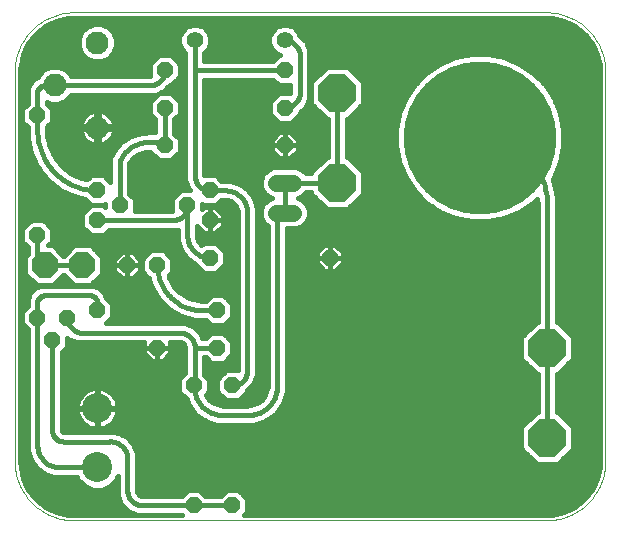
<source format=gtl>
G75*
G70*
%OFA0B0*%
%FSLAX24Y24*%
%IPPOS*%
%LPD*%
%AMOC8*
5,1,8,0,0,1.08239X$1,22.5*
%
%ADD10C,0.0000*%
%ADD11OC8,0.0520*%
%ADD12C,0.0554*%
%ADD13C,0.1000*%
%ADD14C,0.0768*%
%ADD15OC8,0.0850*%
%ADD16OC8,0.1250*%
%ADD17C,0.0560*%
%ADD18C,0.0160*%
%ADD19C,0.5100*%
D10*
X002741Y002926D02*
X002741Y010406D01*
X002741Y015918D01*
X002743Y016012D01*
X002750Y016105D01*
X002761Y016198D01*
X002777Y016291D01*
X002797Y016382D01*
X002821Y016473D01*
X002849Y016562D01*
X002882Y016650D01*
X002919Y016736D01*
X002960Y016820D01*
X003005Y016903D01*
X003054Y016983D01*
X003106Y017060D01*
X003162Y017135D01*
X003222Y017207D01*
X003285Y017277D01*
X003351Y017343D01*
X003421Y017406D01*
X003493Y017466D01*
X003568Y017522D01*
X003645Y017574D01*
X003725Y017623D01*
X003808Y017668D01*
X003892Y017709D01*
X003978Y017746D01*
X004066Y017779D01*
X004155Y017807D01*
X004246Y017831D01*
X004337Y017851D01*
X004430Y017867D01*
X004523Y017878D01*
X004616Y017885D01*
X004710Y017887D01*
X010419Y017887D01*
X020458Y017887D01*
X020552Y017885D01*
X020645Y017878D01*
X020738Y017867D01*
X020831Y017851D01*
X020922Y017831D01*
X021013Y017807D01*
X021102Y017779D01*
X021190Y017746D01*
X021276Y017709D01*
X021360Y017668D01*
X021442Y017623D01*
X021523Y017574D01*
X021600Y017522D01*
X021675Y017466D01*
X021747Y017406D01*
X021817Y017343D01*
X021883Y017277D01*
X021946Y017207D01*
X022006Y017135D01*
X022062Y017060D01*
X022114Y016983D01*
X022163Y016902D01*
X022208Y016820D01*
X022249Y016736D01*
X022286Y016650D01*
X022319Y016562D01*
X022347Y016473D01*
X022371Y016382D01*
X022391Y016291D01*
X022407Y016198D01*
X022418Y016105D01*
X022425Y016012D01*
X022427Y015918D01*
X022426Y015918D02*
X022426Y011194D01*
X022426Y002926D01*
X022427Y002926D02*
X022425Y002832D01*
X022418Y002739D01*
X022407Y002646D01*
X022391Y002553D01*
X022371Y002462D01*
X022347Y002371D01*
X022319Y002282D01*
X022286Y002194D01*
X022249Y002108D01*
X022208Y002024D01*
X022163Y001942D01*
X022114Y001861D01*
X022062Y001784D01*
X022006Y001709D01*
X021946Y001637D01*
X021883Y001567D01*
X021817Y001501D01*
X021747Y001438D01*
X021675Y001378D01*
X021600Y001322D01*
X021523Y001270D01*
X021443Y001221D01*
X021360Y001176D01*
X021276Y001135D01*
X021190Y001098D01*
X021102Y001065D01*
X021013Y001037D01*
X020922Y001013D01*
X020831Y000993D01*
X020738Y000977D01*
X020645Y000966D01*
X020552Y000959D01*
X020458Y000957D01*
X014946Y000957D01*
X004710Y000957D01*
X004616Y000959D01*
X004523Y000966D01*
X004430Y000977D01*
X004337Y000993D01*
X004246Y001013D01*
X004155Y001037D01*
X004066Y001065D01*
X003978Y001098D01*
X003892Y001135D01*
X003808Y001176D01*
X003725Y001221D01*
X003645Y001270D01*
X003568Y001322D01*
X003493Y001378D01*
X003421Y001438D01*
X003351Y001501D01*
X003285Y001567D01*
X003222Y001637D01*
X003162Y001709D01*
X003106Y001784D01*
X003054Y001861D01*
X003005Y001942D01*
X002960Y002024D01*
X002919Y002108D01*
X002882Y002194D01*
X002849Y002282D01*
X002821Y002371D01*
X002797Y002462D01*
X002777Y002553D01*
X002761Y002646D01*
X002750Y002739D01*
X002743Y002832D01*
X002741Y002926D01*
D11*
X007491Y006707D03*
X008704Y005457D03*
X009991Y005457D03*
X009491Y006707D03*
X009491Y007957D03*
X007491Y009457D03*
X006491Y009457D03*
X005491Y010957D03*
X006241Y011457D03*
X005491Y011957D03*
X003491Y010457D03*
X005491Y007957D03*
X004491Y007707D03*
X003991Y006957D03*
X003491Y007707D03*
X008491Y011457D03*
X009241Y010957D03*
X009241Y011957D03*
X007741Y013457D03*
X007741Y014707D03*
X007741Y015957D03*
X011741Y015957D03*
X011741Y014707D03*
X011741Y013457D03*
X013241Y009707D03*
X009241Y009707D03*
X003491Y014457D03*
X008704Y001457D03*
X009991Y001457D03*
D12*
X008741Y016957D03*
X011741Y016957D03*
D13*
X005491Y004692D03*
X005491Y002723D03*
D14*
X005491Y014037D03*
X004071Y015457D03*
X005491Y016877D03*
D15*
X004991Y009457D03*
X003741Y009457D03*
D16*
X013491Y012207D03*
X013491Y015207D03*
X020491Y006707D03*
X020491Y003707D03*
D17*
X012021Y011207D02*
X011461Y011207D01*
X011461Y012207D02*
X012021Y012207D01*
D18*
X003022Y002335D02*
X003196Y001974D01*
X003445Y001661D01*
X003758Y001412D01*
X004119Y001238D01*
X004510Y001149D01*
X004710Y001137D01*
X008317Y001137D01*
X008317Y001137D01*
X006928Y001137D01*
X006828Y001137D01*
X006828Y001137D01*
X006527Y001262D01*
X006527Y001262D01*
X006296Y001493D01*
X006296Y001493D01*
X006171Y001794D01*
X006171Y001794D01*
X006171Y001894D01*
X006171Y002431D01*
X006119Y002304D01*
X005911Y002096D01*
X005639Y001983D01*
X005344Y001983D01*
X005072Y002096D01*
X004864Y002304D01*
X004823Y002403D01*
X004289Y002403D01*
X004226Y002403D01*
X004224Y002403D01*
X004162Y002403D01*
X004162Y002403D01*
X004059Y002403D01*
X004059Y002403D01*
X003741Y002506D01*
X003741Y002506D01*
X003471Y002703D01*
X003471Y002703D01*
X003275Y002973D01*
X003275Y002973D01*
X003171Y003290D01*
X003171Y003291D01*
X003171Y003394D01*
X003171Y003394D01*
X003171Y007320D01*
X002991Y007500D01*
X002991Y007915D01*
X003171Y008095D01*
X003171Y008271D01*
X003171Y008271D01*
X003171Y008321D01*
X003258Y008530D01*
X003258Y008530D01*
X003419Y008691D01*
X003419Y008691D01*
X003628Y008777D01*
X003628Y008777D01*
X003678Y008777D01*
X003678Y008777D01*
X003797Y008777D01*
X003805Y008777D01*
X005305Y008777D01*
X005305Y008777D01*
X005355Y008777D01*
X005355Y008777D01*
X005564Y008691D01*
X005564Y008691D01*
X005725Y008530D01*
X005725Y008530D01*
X005795Y008361D01*
X005991Y008165D01*
X005991Y007750D01*
X005768Y007527D01*
X008178Y007527D01*
X008241Y007527D01*
X008305Y007527D01*
X008404Y007527D01*
X008405Y007527D01*
X008706Y007403D01*
X008706Y007403D01*
X008937Y007172D01*
X008937Y007172D01*
X008996Y007027D01*
X009104Y007027D01*
X009284Y007207D01*
X009699Y007207D01*
X009991Y006915D01*
X009991Y006500D01*
X009699Y006207D01*
X009284Y006207D01*
X009104Y006387D01*
X009061Y006387D01*
X009061Y005807D01*
X009204Y005665D01*
X009204Y005250D01*
X009100Y005146D01*
X009223Y004977D01*
X009395Y004852D01*
X009598Y004786D01*
X009704Y004777D01*
X010428Y004777D01*
X010473Y004777D01*
X010491Y004777D01*
X010598Y004786D01*
X010800Y004852D01*
X010972Y004977D01*
X011097Y005149D01*
X011163Y005351D01*
X011171Y005457D01*
X011171Y005521D01*
X011171Y010765D01*
X011167Y010767D01*
X011021Y010913D01*
X010941Y011104D01*
X010941Y011311D01*
X011021Y011502D01*
X011167Y011648D01*
X011310Y011707D01*
X011167Y011767D01*
X011021Y011913D01*
X010941Y012104D01*
X010941Y012311D01*
X011021Y012502D01*
X011167Y012648D01*
X011358Y012727D01*
X012125Y012727D01*
X012316Y012648D01*
X012437Y012527D01*
X012626Y012527D01*
X012626Y012566D01*
X013133Y013072D01*
X013171Y013072D01*
X013171Y014342D01*
X013133Y014342D01*
X012626Y014849D01*
X012626Y015566D01*
X013133Y016072D01*
X013850Y016072D01*
X014356Y015566D01*
X014356Y014849D01*
X013850Y014342D01*
X013811Y014342D01*
X013811Y013072D01*
X013850Y013072D01*
X014356Y012566D01*
X014356Y011849D01*
X013850Y011342D01*
X013133Y011342D01*
X012626Y011849D01*
X012626Y011887D01*
X012437Y011887D01*
X012316Y011767D01*
X012173Y011707D01*
X012316Y011648D01*
X012462Y011502D01*
X012541Y011311D01*
X012541Y011104D01*
X012462Y010913D01*
X012316Y010767D01*
X012125Y010687D01*
X011811Y010687D01*
X011811Y005521D01*
X011811Y005457D01*
X011811Y005456D01*
X011811Y005394D01*
X011811Y005394D01*
X011811Y005248D01*
X011811Y005248D01*
X011682Y004851D01*
X011682Y004851D01*
X011436Y004513D01*
X011436Y004512D01*
X011436Y004512D01*
X011098Y004267D01*
X011098Y004267D01*
X010700Y004138D01*
X010700Y004138D01*
X010555Y004138D01*
X010555Y004137D01*
X010492Y004137D01*
X010491Y004137D01*
X010473Y004137D01*
X010428Y004137D01*
X009640Y004137D01*
X009640Y004138D01*
X009495Y004138D01*
X009097Y004267D01*
X009097Y004267D01*
X008759Y004512D01*
X008759Y004512D01*
X008513Y004851D01*
X008513Y004851D01*
X008470Y004985D01*
X008204Y005250D01*
X008204Y005665D01*
X008421Y005882D01*
X008421Y006644D01*
X008421Y006708D01*
X008418Y006743D01*
X008391Y006807D01*
X008341Y006857D01*
X008276Y006884D01*
X008241Y006887D01*
X008178Y006887D01*
X007931Y006887D01*
X007931Y006708D01*
X007492Y006708D01*
X007492Y006707D01*
X007931Y006707D01*
X007931Y006525D01*
X007674Y006267D01*
X007492Y006267D01*
X007492Y006707D01*
X007491Y006707D01*
X007491Y006267D01*
X007309Y006267D01*
X007051Y006525D01*
X007051Y006707D01*
X007491Y006707D01*
X007491Y006708D01*
X007051Y006708D01*
X007051Y006887D01*
X004928Y006887D01*
X004828Y006887D01*
X004828Y006887D01*
X004527Y007012D01*
X004527Y007012D01*
X004491Y007048D01*
X004491Y006750D01*
X004311Y006570D01*
X004311Y003957D01*
X004312Y003947D01*
X004321Y003927D01*
X004336Y003912D01*
X004356Y003904D01*
X004366Y003902D01*
X004369Y003902D01*
X004430Y003902D01*
X005849Y003902D01*
X005970Y003916D01*
X005971Y003916D01*
X006245Y003859D01*
X006245Y003859D01*
X006489Y003720D01*
X006489Y003720D01*
X006678Y003513D01*
X006678Y003513D01*
X006794Y003257D01*
X006794Y003257D01*
X006804Y003163D01*
X006811Y003146D01*
X006811Y003100D01*
X006816Y003055D01*
X006811Y003037D01*
X006811Y001957D01*
X006815Y001922D01*
X006842Y001857D01*
X006891Y001808D01*
X006956Y001781D01*
X006991Y001777D01*
X008317Y001777D01*
X008497Y001957D01*
X008911Y001957D01*
X009091Y001777D01*
X009604Y001777D01*
X009784Y001957D01*
X010199Y001957D01*
X010491Y001665D01*
X010491Y001250D01*
X010378Y001137D01*
X014872Y001137D01*
X020383Y001137D01*
X020413Y001137D01*
X020458Y001137D01*
X020658Y001149D01*
X021049Y001238D01*
X021409Y001412D01*
X021723Y001661D01*
X021972Y001974D01*
X022146Y002335D01*
X022235Y002726D01*
X022246Y002926D01*
X022246Y011119D01*
X022246Y015844D01*
X022246Y015859D01*
X022246Y015918D01*
X022235Y016118D01*
X022146Y016509D01*
X021972Y016870D01*
X021723Y017183D01*
X021409Y017432D01*
X021049Y017606D01*
X020658Y017695D01*
X020458Y017707D01*
X010493Y017707D01*
X004710Y017707D01*
X004510Y017695D01*
X004119Y017606D01*
X003758Y017432D01*
X003445Y017183D01*
X003196Y016870D01*
X003022Y016509D01*
X002933Y016118D01*
X002921Y015918D01*
X002921Y010332D01*
X002921Y003001D01*
X002921Y002926D01*
X002933Y002726D01*
X003022Y002335D01*
X003011Y002384D02*
X004831Y002384D01*
X004942Y002226D02*
X003074Y002226D01*
X003151Y002067D02*
X005141Y002067D01*
X005842Y002067D02*
X006171Y002067D01*
X006171Y001909D02*
X003248Y001909D01*
X003374Y001750D02*
X006190Y001750D01*
X006255Y001592D02*
X003533Y001592D01*
X003731Y001433D02*
X006356Y001433D01*
X006515Y001275D02*
X004043Y001275D01*
X003691Y002543D02*
X002974Y002543D01*
X002938Y002701D02*
X003473Y002701D01*
X003471Y002703D02*
X003471Y002703D01*
X003357Y002860D02*
X002925Y002860D01*
X002921Y003019D02*
X003260Y003019D01*
X003208Y003177D02*
X002921Y003177D01*
X002921Y003336D02*
X003171Y003336D01*
X003171Y003494D02*
X002921Y003494D01*
X002921Y003653D02*
X003171Y003653D01*
X003171Y003811D02*
X002921Y003811D01*
X002921Y003970D02*
X003171Y003970D01*
X003171Y004128D02*
X002921Y004128D01*
X002921Y004287D02*
X003171Y004287D01*
X003171Y004445D02*
X002921Y004445D01*
X002921Y004604D02*
X003171Y004604D01*
X003171Y004763D02*
X002921Y004763D01*
X002921Y004921D02*
X003171Y004921D01*
X003171Y005080D02*
X002921Y005080D01*
X002921Y005238D02*
X003171Y005238D01*
X003171Y005397D02*
X002921Y005397D01*
X002921Y005555D02*
X003171Y005555D01*
X003171Y005714D02*
X002921Y005714D01*
X002921Y005872D02*
X003171Y005872D01*
X003171Y006031D02*
X002921Y006031D01*
X002921Y006189D02*
X003171Y006189D01*
X003171Y006348D02*
X002921Y006348D01*
X002921Y006506D02*
X003171Y006506D01*
X003171Y006665D02*
X002921Y006665D01*
X002921Y006824D02*
X003171Y006824D01*
X003171Y006982D02*
X002921Y006982D01*
X002921Y007141D02*
X003171Y007141D01*
X003171Y007299D02*
X002921Y007299D01*
X002921Y007458D02*
X003034Y007458D01*
X002991Y007616D02*
X002921Y007616D01*
X002921Y007775D02*
X002991Y007775D01*
X003010Y007933D02*
X002921Y007933D01*
X002921Y008092D02*
X003169Y008092D01*
X003171Y008250D02*
X002921Y008250D01*
X002921Y008409D02*
X003208Y008409D01*
X003296Y008568D02*
X002921Y008568D01*
X002921Y008726D02*
X003504Y008726D01*
X003466Y008792D02*
X004017Y008792D01*
X004362Y009137D01*
X004371Y009137D01*
X004716Y008792D01*
X005267Y008792D01*
X005656Y009182D01*
X005656Y009733D01*
X005267Y010122D01*
X004716Y010122D01*
X004371Y009777D01*
X004362Y009777D01*
X004017Y010122D01*
X003863Y010122D01*
X003991Y010250D01*
X003991Y010665D01*
X003699Y010957D01*
X003284Y010957D01*
X002991Y010665D01*
X002991Y010250D01*
X003171Y010070D01*
X003171Y009828D01*
X003076Y009733D01*
X003076Y009182D01*
X003466Y008792D01*
X003374Y008885D02*
X002921Y008885D01*
X002921Y009043D02*
X003215Y009043D01*
X003076Y009202D02*
X002921Y009202D01*
X002921Y009360D02*
X003076Y009360D01*
X003076Y009519D02*
X002921Y009519D01*
X002921Y009677D02*
X003076Y009677D01*
X003171Y009836D02*
X002921Y009836D01*
X002921Y009994D02*
X003171Y009994D01*
X003089Y010153D02*
X002921Y010153D01*
X002921Y010312D02*
X002991Y010312D01*
X002991Y010470D02*
X002921Y010470D01*
X002921Y010629D02*
X002991Y010629D01*
X002921Y010787D02*
X003114Y010787D01*
X003273Y010946D02*
X002921Y010946D01*
X002921Y011104D02*
X004991Y011104D01*
X004991Y011165D02*
X004991Y010750D01*
X005284Y010457D01*
X005699Y010457D01*
X005879Y010637D01*
X006178Y010637D01*
X008055Y010637D01*
X008154Y010637D01*
X008155Y010637D01*
X008171Y010644D01*
X008171Y010394D01*
X008171Y010394D01*
X008171Y010288D01*
X008276Y009966D01*
X008276Y009966D01*
X008475Y009691D01*
X008475Y009691D01*
X008475Y009691D01*
X008749Y009492D01*
X009034Y009207D01*
X009449Y009207D01*
X009741Y009500D01*
X009741Y009915D01*
X009449Y010207D01*
X009034Y010207D01*
X008962Y010135D01*
X008937Y010153D01*
X008858Y010262D01*
X008817Y010390D01*
X008811Y010457D01*
X008811Y010765D01*
X009059Y010517D01*
X009241Y010517D01*
X009241Y010957D01*
X009242Y010957D01*
X009242Y010958D01*
X009681Y010958D01*
X009681Y011140D01*
X009424Y011397D01*
X009242Y011397D01*
X009242Y010958D01*
X009241Y010958D01*
X009241Y011397D01*
X009059Y011397D01*
X008991Y011330D01*
X008991Y011500D01*
X009034Y011457D01*
X009449Y011457D01*
X009629Y011637D01*
X009741Y011637D01*
X009809Y011632D01*
X009937Y011591D01*
X010045Y011512D01*
X010125Y011403D01*
X010166Y011275D01*
X010171Y011207D01*
X010171Y011165D01*
X010171Y011144D01*
X010171Y005957D01*
X009784Y005957D01*
X009491Y005665D01*
X009491Y005250D01*
X009784Y004957D01*
X010199Y004957D01*
X010491Y005250D01*
X010491Y005298D01*
X010686Y005493D01*
X010687Y005493D01*
X010811Y005794D01*
X010811Y005794D01*
X010811Y005894D01*
X010811Y011144D01*
X010811Y011165D01*
X010811Y011271D01*
X010811Y011377D01*
X010707Y011699D01*
X010707Y011699D01*
X010507Y011973D01*
X010507Y011973D01*
X010233Y012173D01*
X009911Y012277D01*
X009805Y012277D01*
X009805Y012277D01*
X009629Y012277D01*
X009449Y012457D01*
X009061Y012457D01*
X009061Y012509D01*
X009061Y012521D01*
X009061Y014021D01*
X009061Y015637D01*
X011354Y015637D01*
X011534Y015457D01*
X011921Y015457D01*
X011921Y015271D01*
X011921Y015207D01*
X011534Y015207D01*
X011241Y014915D01*
X011241Y014500D01*
X011534Y014207D01*
X011949Y014207D01*
X012241Y014500D01*
X012241Y014548D01*
X012437Y014743D01*
X012561Y015044D01*
X012561Y015044D01*
X012561Y015207D01*
X012561Y015271D01*
X012561Y016394D01*
X012561Y016457D01*
X012561Y016621D01*
X012437Y016922D01*
X012231Y017128D01*
X012180Y017250D01*
X012034Y017396D01*
X011844Y017475D01*
X011639Y017475D01*
X011448Y017396D01*
X011303Y017250D01*
X011224Y017060D01*
X011224Y016855D01*
X011303Y016665D01*
X011448Y016519D01*
X011597Y016457D01*
X011534Y016457D01*
X011354Y016277D01*
X009061Y016277D01*
X009061Y016546D01*
X009180Y016665D01*
X009259Y016855D01*
X009259Y017060D01*
X009180Y017250D01*
X009034Y017396D01*
X008844Y017475D01*
X008639Y017475D01*
X008448Y017396D01*
X008303Y017250D01*
X008224Y017060D01*
X008224Y016855D01*
X008303Y016665D01*
X008421Y016546D01*
X008421Y016021D01*
X008421Y014021D01*
X008421Y012521D01*
X008421Y012509D01*
X008421Y012394D01*
X008421Y012294D01*
X008546Y011993D01*
X008582Y011957D01*
X008284Y011957D01*
X007991Y011665D01*
X007991Y011277D01*
X006741Y011277D01*
X006741Y011665D01*
X006561Y011845D01*
X006561Y012872D01*
X006580Y012904D01*
X006719Y013060D01*
X006719Y013060D01*
X006892Y013175D01*
X007090Y013241D01*
X007242Y013250D01*
X007534Y012957D01*
X007949Y012957D01*
X008241Y013250D01*
X008241Y013665D01*
X008061Y013845D01*
X008061Y014320D01*
X008241Y014500D01*
X008241Y014915D01*
X007949Y015207D01*
X007573Y015207D01*
X007706Y015262D01*
X007901Y015457D01*
X007949Y015457D01*
X008241Y015750D01*
X008241Y016165D01*
X007949Y016457D01*
X007534Y016457D01*
X007241Y016165D01*
X007241Y015777D01*
X004614Y015777D01*
X004600Y015811D01*
X004425Y015986D01*
X004196Y016081D01*
X003947Y016081D01*
X003718Y015986D01*
X003543Y015811D01*
X003508Y015728D01*
X003419Y015691D01*
X003419Y015691D01*
X003258Y015530D01*
X003171Y015321D01*
X003171Y015271D01*
X003171Y015211D01*
X003171Y015207D01*
X003171Y015144D01*
X003171Y014845D01*
X002991Y014665D01*
X002991Y014250D01*
X003171Y014070D01*
X003171Y014021D01*
X003171Y014013D01*
X003171Y013894D01*
X003171Y013696D01*
X003288Y013186D01*
X003515Y012715D01*
X003841Y012307D01*
X004249Y011981D01*
X004249Y011981D01*
X004720Y011754D01*
X005067Y011675D01*
X005284Y011457D01*
X004991Y011165D01*
X005090Y011263D02*
X002921Y011263D01*
X002921Y011421D02*
X005248Y011421D01*
X005284Y011457D02*
X005699Y011457D01*
X005741Y011414D01*
X005741Y011500D01*
X005699Y011457D01*
X005284Y011457D01*
X005162Y011580D02*
X002921Y011580D01*
X002921Y011738D02*
X004788Y011738D01*
X004423Y011897D02*
X002921Y011897D01*
X002921Y012056D02*
X004155Y012056D01*
X003957Y012214D02*
X002921Y012214D01*
X002921Y012373D02*
X003788Y012373D01*
X003841Y012307D02*
X003841Y012307D01*
X003661Y012531D02*
X002921Y012531D01*
X002921Y012690D02*
X003535Y012690D01*
X003515Y012715D02*
X003515Y012715D01*
X003451Y012848D02*
X002921Y012848D01*
X002921Y013007D02*
X003374Y013007D01*
X003298Y013165D02*
X002921Y013165D01*
X002921Y013324D02*
X003256Y013324D01*
X003288Y013186D02*
X003288Y013186D01*
X003220Y013482D02*
X002921Y013482D01*
X002921Y013641D02*
X003184Y013641D01*
X003171Y013696D02*
X003171Y013696D01*
X003171Y013799D02*
X002921Y013799D01*
X002921Y013958D02*
X003171Y013958D01*
X003125Y014117D02*
X002921Y014117D01*
X002921Y014275D02*
X002991Y014275D01*
X002991Y014434D02*
X002921Y014434D01*
X002921Y014592D02*
X002991Y014592D01*
X002921Y014751D02*
X003078Y014751D01*
X003171Y014909D02*
X002921Y014909D01*
X002921Y015068D02*
X003171Y015068D01*
X003171Y015226D02*
X002921Y015226D01*
X002921Y015385D02*
X003198Y015385D01*
X003171Y015321D02*
X003171Y015321D01*
X003171Y015271D02*
X003171Y015271D01*
X003258Y015530D02*
X003258Y015530D01*
X003271Y015543D02*
X002921Y015543D01*
X002921Y015702D02*
X003446Y015702D01*
X003592Y015861D02*
X002921Y015861D01*
X002927Y016019D02*
X003797Y016019D01*
X004346Y016019D02*
X007241Y016019D01*
X007741Y015957D02*
X007739Y015913D01*
X007733Y015870D01*
X007724Y015828D01*
X007711Y015786D01*
X007694Y015746D01*
X007674Y015707D01*
X007651Y015670D01*
X007624Y015636D01*
X007595Y015603D01*
X007562Y015574D01*
X007528Y015547D01*
X007491Y015524D01*
X007452Y015504D01*
X007412Y015487D01*
X007370Y015474D01*
X007328Y015465D01*
X007285Y015459D01*
X007241Y015457D01*
X004071Y015457D01*
X003741Y015457D01*
X003711Y015455D01*
X003681Y015450D01*
X003652Y015441D01*
X003625Y015428D01*
X003599Y015413D01*
X003575Y015394D01*
X003554Y015373D01*
X003535Y015349D01*
X003520Y015323D01*
X003507Y015296D01*
X003498Y015267D01*
X003493Y015237D01*
X003491Y015207D01*
X003491Y014457D01*
X003491Y013957D01*
X003811Y013957D02*
X003822Y013769D01*
X003906Y013403D01*
X004069Y013064D01*
X004303Y012769D01*
X004598Y012535D01*
X004936Y012372D01*
X005150Y012323D01*
X005284Y012457D01*
X005699Y012457D01*
X005921Y012234D01*
X005921Y012906D01*
X005918Y012917D01*
X005921Y012969D01*
X005921Y013021D01*
X005926Y013032D01*
X005927Y013044D01*
X005950Y013090D01*
X005970Y013139D01*
X005979Y013147D01*
X006040Y013270D01*
X006040Y013270D01*
X006291Y013553D01*
X006607Y013762D01*
X006607Y013762D01*
X006966Y013882D01*
X006966Y013882D01*
X007344Y013904D01*
X007344Y013904D01*
X007421Y013888D01*
X007421Y014320D01*
X007241Y014500D01*
X007241Y014915D01*
X007507Y015180D01*
X007405Y015137D01*
X007404Y015137D01*
X007305Y015137D01*
X004614Y015137D01*
X004600Y015104D01*
X004425Y014929D01*
X004196Y014834D01*
X003947Y014834D01*
X003811Y014890D01*
X003811Y014845D01*
X003991Y014665D01*
X003991Y014250D01*
X003811Y014070D01*
X003811Y014021D01*
X003811Y014013D01*
X003811Y013957D01*
X003811Y013958D02*
X004933Y013958D01*
X004928Y013989D02*
X004941Y013905D01*
X004969Y013821D01*
X005009Y013742D01*
X005061Y013670D01*
X005124Y013607D01*
X005196Y013555D01*
X005275Y013515D01*
X005359Y013488D01*
X005443Y013474D01*
X005443Y013989D01*
X005539Y013989D01*
X005539Y013474D01*
X005623Y013488D01*
X005708Y013515D01*
X005787Y013555D01*
X005859Y013607D01*
X005921Y013670D01*
X005974Y013742D01*
X006014Y013821D01*
X006041Y013905D01*
X006055Y013989D01*
X005540Y013989D01*
X005540Y014085D01*
X006055Y014085D01*
X006041Y014170D01*
X006014Y014254D01*
X005974Y014333D01*
X005921Y014405D01*
X005859Y014468D01*
X005787Y014520D01*
X005708Y014560D01*
X005623Y014587D01*
X005539Y014601D01*
X005539Y014086D01*
X005443Y014086D01*
X005443Y014601D01*
X005359Y014587D01*
X005275Y014560D01*
X005196Y014520D01*
X005124Y014468D01*
X005061Y014405D01*
X005009Y014333D01*
X004969Y014254D01*
X004941Y014170D01*
X004928Y014085D01*
X005443Y014085D01*
X005443Y013989D01*
X004928Y013989D01*
X004933Y014117D02*
X003858Y014117D01*
X003991Y014275D02*
X004980Y014275D01*
X005090Y014434D02*
X003991Y014434D01*
X003991Y014592D02*
X005390Y014592D01*
X005443Y014592D02*
X005539Y014592D01*
X005593Y014592D02*
X007241Y014592D01*
X007241Y014751D02*
X003905Y014751D01*
X004378Y014909D02*
X007241Y014909D01*
X007395Y015068D02*
X004564Y015068D01*
X004551Y015861D02*
X007241Y015861D01*
X007254Y016178D02*
X002946Y016178D01*
X002982Y016336D02*
X005168Y016336D01*
X005138Y016349D02*
X005367Y016254D01*
X005616Y016254D01*
X005845Y016349D01*
X006020Y016524D01*
X006115Y016753D01*
X006115Y017002D01*
X006020Y017231D01*
X005845Y017406D01*
X005616Y017501D01*
X005367Y017501D01*
X005138Y017406D01*
X004963Y017231D01*
X004868Y017002D01*
X004868Y016753D01*
X004963Y016524D01*
X005138Y016349D01*
X004992Y016495D02*
X003019Y016495D01*
X003091Y016653D02*
X004909Y016653D01*
X004868Y016812D02*
X003168Y016812D01*
X003276Y016970D02*
X004868Y016970D01*
X004920Y017129D02*
X003402Y017129D01*
X003576Y017287D02*
X005019Y017287D01*
X005234Y017446D02*
X003786Y017446D01*
X004116Y017605D02*
X021052Y017605D01*
X021381Y017446D02*
X011913Y017446D01*
X012143Y017287D02*
X021591Y017287D01*
X021766Y017129D02*
X012230Y017129D01*
X012388Y016970D02*
X021892Y016970D01*
X022000Y016812D02*
X012482Y016812D01*
X012437Y016922D02*
X012437Y016922D01*
X012548Y016653D02*
X022076Y016653D01*
X022149Y016495D02*
X018530Y016495D01*
X018516Y016497D02*
X017967Y016497D01*
X017428Y016390D01*
X016920Y016180D01*
X016463Y015875D01*
X016074Y015486D01*
X015769Y015029D01*
X015559Y014521D01*
X015451Y013982D01*
X015451Y013433D01*
X015559Y012894D01*
X015769Y012386D01*
X016074Y011929D01*
X016463Y011540D01*
X016920Y011235D01*
X017428Y011025D01*
X017967Y010917D01*
X018516Y010917D01*
X019055Y011025D01*
X019563Y011235D01*
X020020Y011540D01*
X020158Y011679D01*
X020159Y011674D01*
X020171Y011457D01*
X020171Y011405D01*
X020171Y011394D01*
X020171Y007572D01*
X020133Y007572D01*
X019626Y007066D01*
X019626Y006349D01*
X020133Y005842D01*
X020171Y005842D01*
X020171Y004572D01*
X020133Y004572D01*
X019626Y004066D01*
X019626Y003349D01*
X020133Y002842D01*
X020850Y002842D01*
X021356Y003349D01*
X021356Y004066D01*
X020850Y004572D01*
X020811Y004572D01*
X020811Y005842D01*
X020850Y005842D01*
X021356Y006349D01*
X021356Y007066D01*
X020850Y007572D01*
X020811Y007572D01*
X020811Y011394D01*
X020811Y011405D01*
X020811Y011521D01*
X020811Y011747D01*
X020683Y012312D01*
X020675Y012328D01*
X020714Y012386D01*
X020924Y012894D01*
X021031Y013433D01*
X021031Y013982D01*
X020924Y014521D01*
X020714Y015029D01*
X020409Y015486D01*
X020020Y015875D01*
X019563Y016180D01*
X019055Y016390D01*
X018516Y016497D01*
X017953Y016495D02*
X012561Y016495D01*
X012561Y016621D02*
X012561Y016621D01*
X012561Y016336D02*
X017297Y016336D01*
X016916Y016178D02*
X012561Y016178D01*
X012561Y016019D02*
X013080Y016019D01*
X012921Y015861D02*
X012561Y015861D01*
X012561Y015702D02*
X012763Y015702D01*
X012626Y015543D02*
X012561Y015543D01*
X012561Y015385D02*
X012626Y015385D01*
X012626Y015226D02*
X012561Y015226D01*
X012561Y015068D02*
X012626Y015068D01*
X012626Y014909D02*
X012505Y014909D01*
X012440Y014751D02*
X012725Y014751D01*
X012883Y014592D02*
X012286Y014592D01*
X012175Y014434D02*
X013042Y014434D01*
X013171Y014275D02*
X012016Y014275D01*
X011924Y013897D02*
X011742Y013897D01*
X011742Y013458D01*
X012181Y013458D01*
X012181Y013640D01*
X011924Y013897D01*
X012022Y013799D02*
X013171Y013799D01*
X013171Y013641D02*
X012180Y013641D01*
X012181Y013482D02*
X013171Y013482D01*
X013171Y013324D02*
X012181Y013324D01*
X012181Y013275D02*
X012181Y013457D01*
X011742Y013457D01*
X011742Y013458D01*
X011741Y013458D01*
X011741Y013897D01*
X011559Y013897D01*
X011301Y013640D01*
X011301Y013458D01*
X011741Y013458D01*
X011741Y013457D01*
X011742Y013457D01*
X011742Y013017D01*
X011924Y013017D01*
X012181Y013275D01*
X012071Y013165D02*
X013171Y013165D01*
X013067Y013007D02*
X009061Y013007D01*
X009061Y013165D02*
X011411Y013165D01*
X011301Y013275D02*
X011559Y013017D01*
X011741Y013017D01*
X011741Y013457D01*
X011301Y013457D01*
X011301Y013275D01*
X011301Y013324D02*
X009061Y013324D01*
X009061Y013482D02*
X011301Y013482D01*
X011303Y013641D02*
X009061Y013641D01*
X009061Y013799D02*
X011461Y013799D01*
X011741Y013799D02*
X011742Y013799D01*
X011741Y013641D02*
X011742Y013641D01*
X011741Y013482D02*
X011742Y013482D01*
X011741Y013324D02*
X011742Y013324D01*
X011741Y013165D02*
X011742Y013165D01*
X012216Y012690D02*
X012750Y012690D01*
X012626Y012531D02*
X012433Y012531D01*
X012909Y012848D02*
X009061Y012848D01*
X009061Y012690D02*
X011267Y012690D01*
X011050Y012531D02*
X009061Y012531D01*
X008741Y012457D02*
X008743Y012413D01*
X008749Y012370D01*
X008758Y012328D01*
X008771Y012286D01*
X008788Y012246D01*
X008808Y012207D01*
X008831Y012170D01*
X008858Y012136D01*
X008887Y012103D01*
X008920Y012074D01*
X008954Y012047D01*
X008991Y012024D01*
X009030Y012004D01*
X009070Y011987D01*
X009112Y011974D01*
X009154Y011965D01*
X009197Y011959D01*
X009241Y011957D01*
X009741Y011957D01*
X009911Y012277D02*
X009911Y012277D01*
X010106Y012214D02*
X010941Y012214D01*
X010961Y012056D02*
X010394Y012056D01*
X010507Y011973D02*
X010507Y011973D01*
X010563Y011897D02*
X011037Y011897D01*
X011235Y011738D02*
X010678Y011738D01*
X010745Y011580D02*
X011098Y011580D01*
X010987Y011421D02*
X010797Y011421D01*
X010811Y011377D02*
X010811Y011377D01*
X010811Y011271D02*
X010811Y011271D01*
X010811Y011263D02*
X010941Y011263D01*
X010941Y011104D02*
X010811Y011104D01*
X010811Y010946D02*
X011007Y010946D01*
X011146Y010787D02*
X010811Y010787D01*
X010811Y010629D02*
X011171Y010629D01*
X011171Y010470D02*
X010811Y010470D01*
X010811Y010312D02*
X011171Y010312D01*
X011171Y010153D02*
X010811Y010153D01*
X010811Y009994D02*
X011171Y009994D01*
X011171Y009836D02*
X010811Y009836D01*
X010811Y009677D02*
X011171Y009677D01*
X011171Y009519D02*
X010811Y009519D01*
X010811Y009360D02*
X011171Y009360D01*
X011171Y009202D02*
X010811Y009202D01*
X010811Y009043D02*
X011171Y009043D01*
X011171Y008885D02*
X010811Y008885D01*
X010811Y008726D02*
X011171Y008726D01*
X011171Y008568D02*
X010811Y008568D01*
X010811Y008409D02*
X011171Y008409D01*
X011171Y008250D02*
X010811Y008250D01*
X010811Y008092D02*
X011171Y008092D01*
X011171Y007933D02*
X010811Y007933D01*
X010811Y007775D02*
X011171Y007775D01*
X011171Y007616D02*
X010811Y007616D01*
X010811Y007458D02*
X011171Y007458D01*
X011171Y007299D02*
X010811Y007299D01*
X010811Y007141D02*
X011171Y007141D01*
X011171Y006982D02*
X010811Y006982D01*
X010811Y006824D02*
X011171Y006824D01*
X011171Y006665D02*
X010811Y006665D01*
X010811Y006506D02*
X011171Y006506D01*
X011171Y006348D02*
X010811Y006348D01*
X010811Y006189D02*
X011171Y006189D01*
X011171Y006031D02*
X010811Y006031D01*
X010811Y005872D02*
X011171Y005872D01*
X011171Y005714D02*
X010778Y005714D01*
X010712Y005555D02*
X011171Y005555D01*
X011167Y005397D02*
X010590Y005397D01*
X011491Y005457D02*
X011489Y005397D01*
X011484Y005336D01*
X011475Y005277D01*
X011462Y005218D01*
X011446Y005159D01*
X011426Y005102D01*
X011403Y005047D01*
X011376Y004992D01*
X011347Y004940D01*
X011314Y004889D01*
X011278Y004840D01*
X011240Y004794D01*
X011198Y004750D01*
X011154Y004708D01*
X011108Y004670D01*
X011059Y004634D01*
X011008Y004601D01*
X010956Y004572D01*
X010901Y004545D01*
X010846Y004522D01*
X010789Y004502D01*
X010730Y004486D01*
X010671Y004473D01*
X010612Y004464D01*
X010551Y004459D01*
X010491Y004457D01*
X009704Y004457D01*
X009300Y004921D02*
X010896Y004921D01*
X011047Y005080D02*
X010321Y005080D01*
X010479Y005238D02*
X011126Y005238D01*
X011491Y005457D02*
X011491Y010957D01*
X011493Y010987D01*
X011498Y011017D01*
X011507Y011046D01*
X011520Y011073D01*
X011535Y011099D01*
X011554Y011123D01*
X011575Y011144D01*
X011599Y011163D01*
X011625Y011178D01*
X011652Y011191D01*
X011681Y011200D01*
X011711Y011205D01*
X011741Y011207D01*
X011741Y012207D01*
X013491Y012207D01*
X013491Y015207D01*
X014099Y014592D02*
X015588Y014592D01*
X015541Y014434D02*
X013941Y014434D01*
X013811Y014275D02*
X015510Y014275D01*
X015478Y014117D02*
X013811Y014117D01*
X013811Y013958D02*
X015451Y013958D01*
X015451Y013799D02*
X013811Y013799D01*
X013811Y013641D02*
X015451Y013641D01*
X015451Y013482D02*
X013811Y013482D01*
X013811Y013324D02*
X015473Y013324D01*
X015505Y013165D02*
X013811Y013165D01*
X013915Y013007D02*
X015536Y013007D01*
X015577Y012848D02*
X014074Y012848D01*
X014232Y012690D02*
X015643Y012690D01*
X015709Y012531D02*
X014356Y012531D01*
X014356Y012373D02*
X015778Y012373D01*
X015884Y012214D02*
X014356Y012214D01*
X014356Y012056D02*
X015990Y012056D01*
X016106Y011897D02*
X014356Y011897D01*
X014246Y011738D02*
X016265Y011738D01*
X016423Y011580D02*
X014087Y011580D01*
X013929Y011421D02*
X016641Y011421D01*
X016878Y011263D02*
X012541Y011263D01*
X012541Y011104D02*
X017235Y011104D01*
X017825Y010946D02*
X012476Y010946D01*
X012336Y010787D02*
X020171Y010787D01*
X020171Y010629D02*
X011811Y010629D01*
X011811Y010470D02*
X020171Y010470D01*
X020171Y010312D02*
X011811Y010312D01*
X011811Y010153D02*
X020171Y010153D01*
X020171Y009994D02*
X013577Y009994D01*
X013681Y009890D02*
X013424Y010147D01*
X013242Y010147D01*
X013242Y009708D01*
X013681Y009708D01*
X013681Y009890D01*
X013681Y009836D02*
X020171Y009836D01*
X020171Y009677D02*
X013681Y009677D01*
X013681Y009707D02*
X013242Y009707D01*
X013242Y009708D01*
X013241Y009708D01*
X013241Y010147D01*
X013059Y010147D01*
X012801Y009890D01*
X012801Y009708D01*
X013241Y009708D01*
X013241Y009707D01*
X013242Y009707D01*
X013242Y009267D01*
X013424Y009267D01*
X013681Y009525D01*
X013681Y009707D01*
X013675Y009519D02*
X020171Y009519D01*
X020171Y009360D02*
X013516Y009360D01*
X013242Y009360D02*
X013241Y009360D01*
X013241Y009267D02*
X013241Y009707D01*
X012801Y009707D01*
X012801Y009525D01*
X013059Y009267D01*
X013241Y009267D01*
X013241Y009519D02*
X013242Y009519D01*
X013241Y009677D02*
X013242Y009677D01*
X013241Y009836D02*
X013242Y009836D01*
X013241Y009994D02*
X013242Y009994D01*
X012906Y009994D02*
X011811Y009994D01*
X011811Y009836D02*
X012801Y009836D01*
X012801Y009677D02*
X011811Y009677D01*
X011811Y009519D02*
X012808Y009519D01*
X012966Y009360D02*
X011811Y009360D01*
X011811Y009202D02*
X020171Y009202D01*
X020171Y009043D02*
X011811Y009043D01*
X011811Y008885D02*
X020171Y008885D01*
X020171Y008726D02*
X011811Y008726D01*
X011811Y008568D02*
X020171Y008568D01*
X020171Y008409D02*
X011811Y008409D01*
X011811Y008250D02*
X020171Y008250D01*
X020171Y008092D02*
X011811Y008092D01*
X011811Y007933D02*
X020171Y007933D01*
X020171Y007775D02*
X011811Y007775D01*
X011811Y007616D02*
X020171Y007616D01*
X020018Y007458D02*
X011811Y007458D01*
X011811Y007299D02*
X019860Y007299D01*
X019701Y007141D02*
X011811Y007141D01*
X011811Y006982D02*
X019626Y006982D01*
X019626Y006824D02*
X011811Y006824D01*
X011811Y006665D02*
X019626Y006665D01*
X019626Y006506D02*
X011811Y006506D01*
X011811Y006348D02*
X019628Y006348D01*
X019786Y006189D02*
X011811Y006189D01*
X011811Y006031D02*
X019945Y006031D01*
X020103Y005872D02*
X011811Y005872D01*
X011811Y005714D02*
X020171Y005714D01*
X020171Y005555D02*
X011811Y005555D01*
X011811Y005397D02*
X020171Y005397D01*
X020171Y005238D02*
X011808Y005238D01*
X011756Y005080D02*
X020171Y005080D01*
X020171Y004921D02*
X011705Y004921D01*
X011618Y004763D02*
X020171Y004763D01*
X020171Y004604D02*
X011503Y004604D01*
X011344Y004445D02*
X020006Y004445D01*
X019848Y004287D02*
X011126Y004287D01*
X010687Y005493D02*
X010687Y005493D01*
X010491Y005957D02*
X010491Y011207D01*
X010167Y011263D02*
X009558Y011263D01*
X009741Y011957D02*
X009795Y011955D01*
X009848Y011949D01*
X009900Y011940D01*
X009952Y011927D01*
X010003Y011910D01*
X010053Y011889D01*
X010100Y011865D01*
X010146Y011838D01*
X010190Y011807D01*
X010232Y011774D01*
X010271Y011737D01*
X010308Y011698D01*
X010341Y011656D01*
X010372Y011612D01*
X010399Y011566D01*
X010423Y011519D01*
X010444Y011469D01*
X010461Y011418D01*
X010474Y011366D01*
X010483Y011314D01*
X010489Y011261D01*
X010491Y011207D01*
X010171Y011104D02*
X009681Y011104D01*
X009681Y010957D02*
X009242Y010957D01*
X009242Y010517D01*
X009424Y010517D01*
X009681Y010775D01*
X009681Y010957D01*
X009681Y010946D02*
X010171Y010946D01*
X010171Y010787D02*
X009681Y010787D01*
X009535Y010629D02*
X010171Y010629D01*
X010171Y010470D02*
X008811Y010470D01*
X008811Y010629D02*
X008948Y010629D01*
X009241Y010629D02*
X009242Y010629D01*
X009241Y010787D02*
X009242Y010787D01*
X009241Y010946D02*
X009242Y010946D01*
X009241Y011104D02*
X009242Y011104D01*
X009241Y011263D02*
X009242Y011263D01*
X008991Y011421D02*
X010111Y011421D01*
X009951Y011580D02*
X009571Y011580D01*
X010233Y012173D02*
X010233Y012173D01*
X009533Y012373D02*
X010967Y012373D01*
X012248Y011738D02*
X012737Y011738D01*
X012896Y011580D02*
X012384Y011580D01*
X012496Y011421D02*
X013054Y011421D01*
X010171Y010312D02*
X008842Y010312D01*
X008938Y010153D02*
X008980Y010153D01*
X009241Y009707D02*
X009187Y009709D01*
X009134Y009715D01*
X009082Y009724D01*
X009030Y009737D01*
X008979Y009754D01*
X008929Y009775D01*
X008882Y009799D01*
X008836Y009826D01*
X008792Y009857D01*
X008750Y009890D01*
X008711Y009927D01*
X008674Y009966D01*
X008641Y010008D01*
X008610Y010052D01*
X008583Y010098D01*
X008559Y010145D01*
X008538Y010195D01*
X008521Y010246D01*
X008508Y010298D01*
X008499Y010350D01*
X008493Y010403D01*
X008491Y010457D01*
X008491Y011457D01*
X008489Y011413D01*
X008483Y011370D01*
X008474Y011328D01*
X008461Y011286D01*
X008444Y011246D01*
X008424Y011207D01*
X008401Y011170D01*
X008374Y011136D01*
X008345Y011103D01*
X008312Y011074D01*
X008278Y011047D01*
X008241Y011024D01*
X008202Y011004D01*
X008162Y010987D01*
X008120Y010974D01*
X008078Y010965D01*
X008035Y010959D01*
X007991Y010957D01*
X006241Y010957D01*
X006741Y010957D01*
X006741Y011421D02*
X007991Y011421D01*
X007991Y011580D02*
X006741Y011580D01*
X006668Y011738D02*
X008065Y011738D01*
X008224Y011897D02*
X006561Y011897D01*
X006561Y012056D02*
X008520Y012056D01*
X008546Y011993D02*
X008546Y011993D01*
X008455Y012214D02*
X006561Y012214D01*
X006561Y012373D02*
X008421Y012373D01*
X008421Y012294D02*
X008421Y012294D01*
X008741Y012457D02*
X008741Y013957D01*
X008741Y015957D01*
X011741Y015957D01*
X011448Y015543D02*
X009061Y015543D01*
X009061Y015385D02*
X011921Y015385D01*
X011921Y015226D02*
X009061Y015226D01*
X009061Y015068D02*
X011395Y015068D01*
X011241Y014909D02*
X009061Y014909D01*
X009061Y014751D02*
X011241Y014751D01*
X011241Y014592D02*
X009061Y014592D01*
X009061Y014434D02*
X011308Y014434D01*
X011467Y014275D02*
X009061Y014275D01*
X009061Y014117D02*
X013171Y014117D01*
X013171Y013958D02*
X009061Y013958D01*
X008421Y013958D02*
X008061Y013958D01*
X008061Y014117D02*
X008421Y014117D01*
X008421Y014275D02*
X008061Y014275D01*
X008175Y014434D02*
X008421Y014434D01*
X008421Y014592D02*
X008241Y014592D01*
X008241Y014751D02*
X008421Y014751D01*
X008421Y014909D02*
X008241Y014909D01*
X008088Y015068D02*
X008421Y015068D01*
X008421Y015226D02*
X007619Y015226D01*
X007706Y015262D02*
X007706Y015262D01*
X007828Y015385D02*
X008421Y015385D01*
X008421Y015543D02*
X008034Y015543D01*
X008193Y015702D02*
X008421Y015702D01*
X008421Y015861D02*
X008241Y015861D01*
X008241Y016019D02*
X008421Y016019D01*
X008421Y016178D02*
X008228Y016178D01*
X008070Y016336D02*
X008421Y016336D01*
X008421Y016495D02*
X005991Y016495D01*
X006074Y016653D02*
X008314Y016653D01*
X008242Y016812D02*
X006115Y016812D01*
X006115Y016970D02*
X008224Y016970D01*
X008253Y017129D02*
X006063Y017129D01*
X005964Y017287D02*
X008340Y017287D01*
X008569Y017446D02*
X005749Y017446D01*
X005815Y016336D02*
X007413Y016336D01*
X008741Y015957D02*
X008741Y016957D01*
X009259Y016970D02*
X011224Y016970D01*
X011242Y016812D02*
X009241Y016812D01*
X009169Y016653D02*
X011314Y016653D01*
X011507Y016495D02*
X009061Y016495D01*
X009061Y016336D02*
X011413Y016336D01*
X011741Y016957D02*
X011785Y016955D01*
X011828Y016949D01*
X011870Y016940D01*
X011912Y016927D01*
X011952Y016910D01*
X011991Y016890D01*
X012028Y016867D01*
X012062Y016840D01*
X012095Y016811D01*
X012124Y016778D01*
X012151Y016744D01*
X012174Y016707D01*
X012194Y016668D01*
X012211Y016628D01*
X012224Y016586D01*
X012233Y016544D01*
X012239Y016501D01*
X012241Y016457D01*
X012241Y015207D01*
X012239Y015163D01*
X012233Y015120D01*
X012224Y015078D01*
X012211Y015036D01*
X012194Y014996D01*
X012174Y014957D01*
X012151Y014920D01*
X012124Y014886D01*
X012095Y014853D01*
X012062Y014824D01*
X012028Y014797D01*
X011991Y014774D01*
X011952Y014754D01*
X011912Y014737D01*
X011870Y014724D01*
X011828Y014715D01*
X011785Y014709D01*
X011741Y014707D01*
X012437Y014743D02*
X012437Y014743D01*
X013903Y016019D02*
X016679Y016019D01*
X016449Y015861D02*
X014062Y015861D01*
X014220Y015702D02*
X016290Y015702D01*
X016132Y015543D02*
X014356Y015543D01*
X014356Y015385D02*
X016007Y015385D01*
X015901Y015226D02*
X014356Y015226D01*
X014356Y015068D02*
X015795Y015068D01*
X015719Y014909D02*
X014356Y014909D01*
X014258Y014751D02*
X015654Y014751D01*
X019186Y016336D02*
X022185Y016336D01*
X022222Y016178D02*
X019566Y016178D01*
X019804Y016019D02*
X022241Y016019D01*
X022246Y015861D02*
X020034Y015861D01*
X020192Y015702D02*
X022246Y015702D01*
X022246Y015543D02*
X020351Y015543D01*
X020476Y015385D02*
X022246Y015385D01*
X022246Y015226D02*
X020582Y015226D01*
X020688Y015068D02*
X022246Y015068D01*
X022246Y014909D02*
X020763Y014909D01*
X020829Y014751D02*
X022246Y014751D01*
X022246Y014592D02*
X020895Y014592D01*
X020942Y014434D02*
X022246Y014434D01*
X022246Y014275D02*
X020973Y014275D01*
X021005Y014117D02*
X022246Y014117D01*
X022246Y013958D02*
X021031Y013958D01*
X021031Y013799D02*
X022246Y013799D01*
X022246Y013641D02*
X021031Y013641D01*
X021031Y013482D02*
X022246Y013482D01*
X022246Y013324D02*
X021010Y013324D01*
X020978Y013165D02*
X022246Y013165D01*
X022246Y013007D02*
X020947Y013007D01*
X020905Y012848D02*
X022246Y012848D01*
X022246Y012690D02*
X020840Y012690D01*
X020774Y012531D02*
X022246Y012531D01*
X022246Y012373D02*
X020705Y012373D01*
X020683Y012312D02*
X020683Y012312D01*
X020705Y012214D02*
X022246Y012214D01*
X022246Y012056D02*
X020741Y012056D01*
X020777Y011897D02*
X022246Y011897D01*
X022246Y011738D02*
X020811Y011738D01*
X020811Y011747D02*
X020811Y011747D01*
X020811Y011580D02*
X022246Y011580D01*
X022246Y011421D02*
X020811Y011421D01*
X020811Y011263D02*
X022246Y011263D01*
X022246Y011104D02*
X020811Y011104D01*
X020811Y010946D02*
X022246Y010946D01*
X022246Y010787D02*
X020811Y010787D01*
X020811Y010629D02*
X022246Y010629D01*
X022246Y010470D02*
X020811Y010470D01*
X020811Y010312D02*
X022246Y010312D01*
X022246Y010153D02*
X020811Y010153D01*
X020811Y009994D02*
X022246Y009994D01*
X022246Y009836D02*
X020811Y009836D01*
X020811Y009677D02*
X022246Y009677D01*
X022246Y009519D02*
X020811Y009519D01*
X020811Y009360D02*
X022246Y009360D01*
X022246Y009202D02*
X020811Y009202D01*
X020811Y009043D02*
X022246Y009043D01*
X022246Y008885D02*
X020811Y008885D01*
X020811Y008726D02*
X022246Y008726D01*
X022246Y008568D02*
X020811Y008568D01*
X020811Y008409D02*
X022246Y008409D01*
X022246Y008250D02*
X020811Y008250D01*
X020811Y008092D02*
X022246Y008092D01*
X022246Y007933D02*
X020811Y007933D01*
X020811Y007775D02*
X022246Y007775D01*
X022246Y007616D02*
X020811Y007616D01*
X020964Y007458D02*
X022246Y007458D01*
X022246Y007299D02*
X021123Y007299D01*
X021281Y007141D02*
X022246Y007141D01*
X022246Y006982D02*
X021356Y006982D01*
X021356Y006824D02*
X022246Y006824D01*
X022246Y006665D02*
X021356Y006665D01*
X021356Y006506D02*
X022246Y006506D01*
X022246Y006348D02*
X021355Y006348D01*
X021197Y006189D02*
X022246Y006189D01*
X022246Y006031D02*
X021038Y006031D01*
X020880Y005872D02*
X022246Y005872D01*
X022246Y005714D02*
X020811Y005714D01*
X020811Y005555D02*
X022246Y005555D01*
X022246Y005397D02*
X020811Y005397D01*
X020811Y005238D02*
X022246Y005238D01*
X022246Y005080D02*
X020811Y005080D01*
X020811Y004921D02*
X022246Y004921D01*
X022246Y004763D02*
X020811Y004763D01*
X020811Y004604D02*
X022246Y004604D01*
X022246Y004445D02*
X020977Y004445D01*
X021135Y004287D02*
X022246Y004287D01*
X022246Y004128D02*
X021294Y004128D01*
X021356Y003970D02*
X022246Y003970D01*
X022246Y003811D02*
X021356Y003811D01*
X021356Y003653D02*
X022246Y003653D01*
X022246Y003494D02*
X021356Y003494D01*
X021343Y003336D02*
X022246Y003336D01*
X022246Y003177D02*
X021184Y003177D01*
X021026Y003019D02*
X022246Y003019D01*
X022243Y002860D02*
X020867Y002860D01*
X020116Y002860D02*
X006811Y002860D01*
X006811Y002701D02*
X022230Y002701D01*
X022194Y002543D02*
X006811Y002543D01*
X006811Y002384D02*
X022157Y002384D01*
X022093Y002226D02*
X006811Y002226D01*
X006811Y002067D02*
X022017Y002067D01*
X021920Y001909D02*
X010247Y001909D01*
X010406Y001750D02*
X021794Y001750D01*
X021635Y001592D02*
X010491Y001592D01*
X010491Y001433D02*
X021436Y001433D01*
X021125Y001275D02*
X010491Y001275D01*
X009991Y001457D02*
X008704Y001457D01*
X006991Y001457D01*
X006821Y001909D02*
X008448Y001909D01*
X008960Y001909D02*
X009736Y001909D01*
X006991Y001457D02*
X006947Y001459D01*
X006904Y001465D01*
X006862Y001474D01*
X006820Y001487D01*
X006780Y001504D01*
X006741Y001524D01*
X006704Y001547D01*
X006670Y001574D01*
X006637Y001603D01*
X006608Y001636D01*
X006581Y001670D01*
X006558Y001707D01*
X006538Y001746D01*
X006521Y001786D01*
X006508Y001828D01*
X006499Y001870D01*
X006493Y001913D01*
X006491Y001957D01*
X006491Y003082D01*
X006803Y003177D02*
X019799Y003177D01*
X019957Y003019D02*
X006811Y003019D01*
X006758Y003336D02*
X019640Y003336D01*
X019626Y003494D02*
X006687Y003494D01*
X006551Y003653D02*
X019626Y003653D01*
X019626Y003811D02*
X006330Y003811D01*
X005866Y003582D02*
X004366Y003582D01*
X004226Y002723D02*
X004174Y002725D01*
X004122Y002730D01*
X004070Y002740D01*
X004019Y002753D01*
X003969Y002769D01*
X003921Y002789D01*
X003874Y002813D01*
X003829Y002840D01*
X003786Y002869D01*
X003745Y002902D01*
X003707Y002938D01*
X003671Y002976D01*
X003638Y003017D01*
X003609Y003060D01*
X003582Y003105D01*
X003558Y003152D01*
X003538Y003200D01*
X003522Y003250D01*
X003509Y003301D01*
X003499Y003353D01*
X003494Y003405D01*
X003492Y003457D01*
X003491Y003457D02*
X003491Y007707D01*
X003491Y008207D01*
X003493Y008237D01*
X003498Y008267D01*
X003507Y008296D01*
X003520Y008323D01*
X003535Y008349D01*
X003554Y008373D01*
X003575Y008394D01*
X003599Y008413D01*
X003625Y008428D01*
X003652Y008441D01*
X003681Y008450D01*
X003711Y008455D01*
X003741Y008457D01*
X005241Y008457D01*
X005271Y008455D01*
X005301Y008450D01*
X005330Y008441D01*
X005357Y008428D01*
X005383Y008413D01*
X005407Y008394D01*
X005428Y008373D01*
X005447Y008349D01*
X005462Y008323D01*
X005475Y008296D01*
X005484Y008267D01*
X005489Y008237D01*
X005491Y008207D01*
X005491Y007957D01*
X005857Y007616D02*
X009125Y007616D01*
X009104Y007637D02*
X009284Y007457D01*
X009699Y007457D01*
X009991Y007750D01*
X009991Y008165D01*
X009699Y008457D01*
X009284Y008457D01*
X009104Y008277D01*
X009055Y008277D01*
X008991Y008277D01*
X008837Y008288D01*
X008540Y008367D01*
X008273Y008521D01*
X008055Y008739D01*
X007901Y009006D01*
X007869Y009128D01*
X007991Y009250D01*
X007991Y009665D01*
X007699Y009957D01*
X007284Y009957D01*
X006991Y009665D01*
X006991Y009250D01*
X007225Y009016D01*
X007295Y008755D01*
X007535Y008340D01*
X007874Y008001D01*
X008289Y007762D01*
X008752Y007638D01*
X008928Y007638D01*
X008928Y007637D01*
X008980Y007637D01*
X008991Y007637D01*
X009055Y007637D01*
X009104Y007637D01*
X009284Y007458D02*
X008573Y007458D01*
X008752Y007638D02*
X008752Y007638D01*
X008991Y007957D02*
X009491Y007957D01*
X009857Y007616D02*
X010171Y007616D01*
X010171Y007458D02*
X009699Y007458D01*
X009765Y007141D02*
X010171Y007141D01*
X010171Y007299D02*
X008809Y007299D01*
X008949Y007141D02*
X009218Y007141D01*
X009491Y006707D02*
X008741Y006707D01*
X008741Y005495D01*
X008740Y005485D01*
X008736Y005476D01*
X008730Y005469D01*
X008722Y005463D01*
X008714Y005459D01*
X008704Y005458D01*
X009204Y005397D02*
X009491Y005397D01*
X009491Y005555D02*
X009204Y005555D01*
X009155Y005714D02*
X009541Y005714D01*
X009699Y005872D02*
X009061Y005872D01*
X009061Y006031D02*
X010171Y006031D01*
X010171Y006189D02*
X009061Y006189D01*
X009061Y006348D02*
X009144Y006348D01*
X009839Y006348D02*
X010171Y006348D01*
X010171Y006506D02*
X009991Y006506D01*
X009991Y006665D02*
X010171Y006665D01*
X010171Y006824D02*
X009991Y006824D01*
X009924Y006982D02*
X010171Y006982D01*
X010171Y007775D02*
X009991Y007775D01*
X009991Y007933D02*
X010171Y007933D01*
X010171Y008092D02*
X009991Y008092D01*
X009905Y008250D02*
X010171Y008250D01*
X010171Y008409D02*
X009747Y008409D01*
X010171Y008568D02*
X008227Y008568D01*
X008068Y008726D02*
X010171Y008726D01*
X010171Y008885D02*
X007971Y008885D01*
X007891Y009043D02*
X010171Y009043D01*
X010171Y009202D02*
X007943Y009202D01*
X007991Y009360D02*
X008881Y009360D01*
X007491Y009457D02*
X007493Y009381D01*
X007499Y009305D01*
X007508Y009230D01*
X007522Y009155D01*
X007539Y009081D01*
X007560Y009008D01*
X007584Y008936D01*
X007613Y008865D01*
X007644Y008796D01*
X007679Y008729D01*
X007718Y008664D01*
X007760Y008600D01*
X007805Y008539D01*
X007853Y008480D01*
X007904Y008424D01*
X007958Y008370D01*
X008014Y008319D01*
X008073Y008271D01*
X008134Y008226D01*
X008198Y008184D01*
X008263Y008145D01*
X008330Y008110D01*
X008399Y008079D01*
X008470Y008050D01*
X008542Y008026D01*
X008615Y008005D01*
X008689Y007988D01*
X008764Y007974D01*
X008839Y007965D01*
X008915Y007959D01*
X008991Y007957D01*
X009236Y008409D02*
X008468Y008409D01*
X007991Y007933D02*
X005991Y007933D01*
X005991Y007775D02*
X008266Y007775D01*
X008289Y007762D02*
X008289Y007762D01*
X007874Y008001D02*
X007874Y008001D01*
X007783Y008092D02*
X005991Y008092D01*
X005905Y008250D02*
X007625Y008250D01*
X007535Y008340D02*
X007535Y008340D01*
X007495Y008409D02*
X005775Y008409D01*
X005687Y008568D02*
X007404Y008568D01*
X007312Y008726D02*
X005479Y008726D01*
X005359Y008885D02*
X007261Y008885D01*
X007295Y008755D02*
X007295Y008755D01*
X007199Y009043D02*
X006699Y009043D01*
X006674Y009017D02*
X006931Y009275D01*
X006931Y009457D01*
X006492Y009457D01*
X006492Y009458D01*
X006931Y009458D01*
X006931Y009640D01*
X006674Y009897D01*
X006492Y009897D01*
X006492Y009458D01*
X006491Y009458D01*
X006491Y009897D01*
X006309Y009897D01*
X006051Y009640D01*
X006051Y009458D01*
X006491Y009458D01*
X006491Y009457D01*
X006492Y009457D01*
X006492Y009017D01*
X006674Y009017D01*
X006491Y009017D02*
X006491Y009457D01*
X006051Y009457D01*
X006051Y009275D01*
X006309Y009017D01*
X006491Y009017D01*
X006491Y009043D02*
X006492Y009043D01*
X006491Y009202D02*
X006492Y009202D01*
X006491Y009360D02*
X006492Y009360D01*
X006491Y009519D02*
X006492Y009519D01*
X006491Y009677D02*
X006492Y009677D01*
X006491Y009836D02*
X006492Y009836D01*
X006735Y009836D02*
X007163Y009836D01*
X007004Y009677D02*
X006894Y009677D01*
X006931Y009519D02*
X006991Y009519D01*
X006991Y009360D02*
X006931Y009360D01*
X006858Y009202D02*
X007040Y009202D01*
X006283Y009043D02*
X005518Y009043D01*
X005656Y009202D02*
X006125Y009202D01*
X006051Y009360D02*
X005656Y009360D01*
X005656Y009519D02*
X006051Y009519D01*
X006089Y009677D02*
X005656Y009677D01*
X005553Y009836D02*
X006248Y009836D01*
X005711Y010470D02*
X008171Y010470D01*
X008171Y010312D02*
X003991Y010312D01*
X003991Y010470D02*
X005272Y010470D01*
X005113Y010629D02*
X003991Y010629D01*
X003869Y010787D02*
X004991Y010787D01*
X004991Y010946D02*
X003710Y010946D01*
X003491Y010457D02*
X003491Y009707D01*
X003493Y009677D01*
X003498Y009647D01*
X003507Y009618D01*
X003520Y009591D01*
X003535Y009565D01*
X003554Y009541D01*
X003575Y009520D01*
X003599Y009501D01*
X003625Y009486D01*
X003652Y009473D01*
X003681Y009464D01*
X003711Y009459D01*
X003741Y009457D01*
X004991Y009457D01*
X004465Y009043D02*
X004268Y009043D01*
X004109Y008885D02*
X004624Y008885D01*
X004429Y009836D02*
X004303Y009836D01*
X004145Y009994D02*
X004588Y009994D01*
X003894Y010153D02*
X008215Y010153D01*
X008171Y010288D02*
X008171Y010288D01*
X008267Y009994D02*
X005395Y009994D01*
X005870Y010629D02*
X008171Y010629D01*
X008370Y009836D02*
X007820Y009836D01*
X007979Y009677D02*
X008495Y009677D01*
X008713Y009519D02*
X007991Y009519D01*
X009503Y010153D02*
X010171Y010153D01*
X010171Y009994D02*
X009661Y009994D01*
X009741Y009836D02*
X010171Y009836D01*
X010171Y009677D02*
X009741Y009677D01*
X009741Y009519D02*
X010171Y009519D01*
X010171Y009360D02*
X009601Y009360D01*
X008241Y007207D02*
X004991Y007207D01*
X004600Y006982D02*
X004491Y006982D01*
X004491Y006824D02*
X007051Y006824D01*
X007051Y006665D02*
X004406Y006665D01*
X004311Y006506D02*
X007070Y006506D01*
X007229Y006348D02*
X004311Y006348D01*
X004311Y006189D02*
X008421Y006189D01*
X008421Y006031D02*
X004311Y006031D01*
X004311Y005872D02*
X008412Y005872D01*
X008253Y005714D02*
X004311Y005714D01*
X004311Y005555D02*
X008204Y005555D01*
X008204Y005397D02*
X004311Y005397D01*
X004311Y005238D02*
X005087Y005238D01*
X005113Y005258D02*
X005042Y005204D01*
X004979Y005141D01*
X004925Y005070D01*
X004880Y004993D01*
X004846Y004911D01*
X004823Y004825D01*
X004811Y004736D01*
X004811Y004710D01*
X005473Y004710D01*
X005473Y004673D01*
X005510Y004673D01*
X005510Y004012D01*
X005536Y004012D01*
X005624Y004023D01*
X005710Y004046D01*
X005793Y004081D01*
X005870Y004125D01*
X005941Y004179D01*
X006004Y004242D01*
X006058Y004313D01*
X006103Y004390D01*
X006137Y004473D01*
X006160Y004559D01*
X006171Y004647D01*
X006171Y004673D01*
X005510Y004673D01*
X005510Y004710D01*
X006171Y004710D01*
X006171Y004736D01*
X006160Y004825D01*
X006137Y004911D01*
X006103Y004993D01*
X006058Y005070D01*
X006004Y005141D01*
X005941Y005204D01*
X005870Y005258D01*
X005793Y005303D01*
X005710Y005337D01*
X005624Y005360D01*
X005536Y005372D01*
X005510Y005372D01*
X005510Y004710D01*
X005473Y004710D01*
X005473Y005372D01*
X005447Y005372D01*
X005358Y005360D01*
X005272Y005337D01*
X005190Y005303D01*
X005113Y005258D01*
X004932Y005080D02*
X004311Y005080D01*
X004311Y004921D02*
X004850Y004921D01*
X004815Y004763D02*
X004311Y004763D01*
X004311Y004604D02*
X004817Y004604D01*
X004811Y004647D02*
X004823Y004559D01*
X004846Y004473D01*
X004880Y004390D01*
X004925Y004313D01*
X004979Y004242D01*
X005042Y004179D01*
X005113Y004125D01*
X005190Y004081D01*
X005272Y004046D01*
X005358Y004023D01*
X005447Y004012D01*
X005473Y004012D01*
X005473Y004673D01*
X004811Y004673D01*
X004811Y004647D01*
X004857Y004445D02*
X004311Y004445D01*
X004311Y004287D02*
X004945Y004287D01*
X005109Y004128D02*
X004311Y004128D01*
X004311Y003970D02*
X019626Y003970D01*
X019689Y004128D02*
X005874Y004128D01*
X006038Y004287D02*
X009070Y004287D01*
X008851Y004445D02*
X006125Y004445D01*
X006166Y004604D02*
X008693Y004604D01*
X008577Y004763D02*
X006168Y004763D01*
X006132Y004921D02*
X008490Y004921D01*
X008375Y005080D02*
X006051Y005080D01*
X005896Y005238D02*
X008216Y005238D01*
X009148Y005080D02*
X009662Y005080D01*
X009504Y005238D02*
X009192Y005238D01*
X008704Y005457D02*
X008706Y005397D01*
X008711Y005336D01*
X008720Y005277D01*
X008733Y005218D01*
X008749Y005159D01*
X008769Y005102D01*
X008792Y005047D01*
X008819Y004992D01*
X008848Y004940D01*
X008881Y004889D01*
X008917Y004840D01*
X008955Y004794D01*
X008997Y004750D01*
X009041Y004708D01*
X009087Y004670D01*
X009136Y004634D01*
X009187Y004601D01*
X009239Y004572D01*
X009294Y004545D01*
X009349Y004522D01*
X009406Y004502D01*
X009465Y004486D01*
X009524Y004473D01*
X009583Y004464D01*
X009644Y004459D01*
X009704Y004457D01*
X009991Y005457D02*
X010035Y005459D01*
X010078Y005465D01*
X010120Y005474D01*
X010162Y005487D01*
X010202Y005504D01*
X010241Y005524D01*
X010278Y005547D01*
X010312Y005574D01*
X010345Y005603D01*
X010374Y005636D01*
X010401Y005670D01*
X010424Y005707D01*
X010444Y005746D01*
X010461Y005786D01*
X010474Y005828D01*
X010483Y005870D01*
X010489Y005913D01*
X010491Y005957D01*
X008421Y006348D02*
X007754Y006348D01*
X007913Y006506D02*
X008421Y006506D01*
X008421Y006665D02*
X007931Y006665D01*
X007931Y006824D02*
X008375Y006824D01*
X008741Y006707D02*
X008739Y006751D01*
X008733Y006794D01*
X008724Y006836D01*
X008711Y006878D01*
X008694Y006918D01*
X008674Y006957D01*
X008651Y006994D01*
X008624Y007028D01*
X008595Y007061D01*
X008562Y007090D01*
X008528Y007117D01*
X008491Y007140D01*
X008452Y007160D01*
X008412Y007177D01*
X008370Y007190D01*
X008328Y007199D01*
X008285Y007205D01*
X008241Y007207D01*
X007492Y006665D02*
X007491Y006665D01*
X007491Y006506D02*
X007492Y006506D01*
X007491Y006348D02*
X007492Y006348D01*
X005510Y005238D02*
X005473Y005238D01*
X005473Y005080D02*
X005510Y005080D01*
X005510Y004921D02*
X005473Y004921D01*
X005473Y004763D02*
X005510Y004763D01*
X005510Y004604D02*
X005473Y004604D01*
X005473Y004445D02*
X005510Y004445D01*
X005510Y004287D02*
X005473Y004287D01*
X005473Y004128D02*
X005510Y004128D01*
X004366Y003582D02*
X004329Y003584D01*
X004293Y003589D01*
X004257Y003598D01*
X004222Y003611D01*
X004189Y003626D01*
X004158Y003645D01*
X004128Y003667D01*
X004101Y003692D01*
X004076Y003719D01*
X004054Y003749D01*
X004035Y003780D01*
X004020Y003813D01*
X004007Y003848D01*
X003998Y003884D01*
X003993Y003920D01*
X003991Y003957D01*
X003991Y006957D01*
X004491Y007707D02*
X004493Y007663D01*
X004499Y007620D01*
X004508Y007578D01*
X004521Y007536D01*
X004538Y007496D01*
X004558Y007457D01*
X004581Y007420D01*
X004608Y007386D01*
X004637Y007353D01*
X004670Y007324D01*
X004704Y007297D01*
X004741Y007274D01*
X004780Y007254D01*
X004820Y007237D01*
X004862Y007224D01*
X004904Y007215D01*
X004947Y007209D01*
X004991Y007207D01*
X005491Y010957D02*
X006241Y010957D01*
X005741Y011421D02*
X005735Y011421D01*
X006241Y011457D02*
X006241Y012957D01*
X005921Y013007D02*
X004114Y013007D01*
X004020Y013165D02*
X005988Y013165D01*
X006088Y013324D02*
X003944Y013324D01*
X003887Y013482D02*
X005392Y013482D01*
X005443Y013482D02*
X005539Y013482D01*
X005591Y013482D02*
X006228Y013482D01*
X006424Y013641D02*
X005892Y013641D01*
X006003Y013799D02*
X006720Y013799D01*
X006050Y013958D02*
X007421Y013958D01*
X007421Y014117D02*
X006050Y014117D01*
X006003Y014275D02*
X007421Y014275D01*
X007308Y014434D02*
X005893Y014434D01*
X005539Y014434D02*
X005443Y014434D01*
X005443Y014275D02*
X005539Y014275D01*
X005539Y014117D02*
X005443Y014117D01*
X005443Y013958D02*
X005539Y013958D01*
X005491Y011957D02*
X005396Y011959D01*
X005301Y011966D01*
X005206Y011977D01*
X005112Y011993D01*
X005019Y012013D01*
X004928Y012038D01*
X004837Y012067D01*
X004748Y012100D01*
X004660Y012138D01*
X004575Y012179D01*
X004491Y012225D01*
X004410Y012274D01*
X004331Y012328D01*
X004255Y012385D01*
X004181Y012446D01*
X004111Y012510D01*
X004044Y012577D01*
X003980Y012647D01*
X003919Y012721D01*
X003862Y012797D01*
X003808Y012876D01*
X003759Y012957D01*
X003713Y013041D01*
X003672Y013126D01*
X003634Y013214D01*
X003601Y013303D01*
X003572Y013394D01*
X003547Y013485D01*
X003527Y013578D01*
X003511Y013672D01*
X003500Y013767D01*
X003493Y013862D01*
X003491Y013957D01*
X003820Y013799D02*
X004980Y013799D01*
X005091Y013641D02*
X003851Y013641D01*
X004241Y012848D02*
X005921Y012848D01*
X005921Y012690D02*
X004404Y012690D01*
X004606Y012531D02*
X005921Y012531D01*
X005921Y012373D02*
X005783Y012373D01*
X005199Y012373D02*
X004935Y012373D01*
X005443Y013641D02*
X005539Y013641D01*
X005539Y013799D02*
X005443Y013799D01*
X006671Y013007D02*
X007485Y013007D01*
X007326Y013165D02*
X006877Y013165D01*
X006561Y012848D02*
X008421Y012848D01*
X008421Y012690D02*
X006561Y012690D01*
X006561Y012531D02*
X008421Y012531D01*
X008421Y013007D02*
X007998Y013007D01*
X008156Y013165D02*
X008421Y013165D01*
X008421Y013324D02*
X008241Y013324D01*
X008241Y013482D02*
X008421Y013482D01*
X008421Y013641D02*
X008241Y013641D01*
X008106Y013799D02*
X008421Y013799D01*
X007741Y013457D02*
X007741Y014707D01*
X007741Y013457D02*
X007682Y013484D01*
X007622Y013508D01*
X007560Y013529D01*
X007497Y013545D01*
X007433Y013558D01*
X007369Y013568D01*
X007304Y013573D01*
X007239Y013575D01*
X007174Y013573D01*
X007109Y013567D01*
X007045Y013558D01*
X006981Y013544D01*
X006918Y013527D01*
X006857Y013507D01*
X006796Y013483D01*
X006737Y013455D01*
X006680Y013424D01*
X006625Y013390D01*
X006572Y013353D01*
X006521Y013312D01*
X006472Y013269D01*
X006426Y013223D01*
X006383Y013174D01*
X006343Y013123D01*
X006306Y013070D01*
X006272Y013014D01*
X006241Y012957D01*
X009230Y017129D02*
X011253Y017129D01*
X011340Y017287D02*
X009143Y017287D01*
X008913Y017446D02*
X011569Y017446D01*
X018241Y013707D02*
X018348Y013704D01*
X018455Y013697D01*
X018561Y013684D01*
X018667Y013666D01*
X018771Y013644D01*
X018875Y013616D01*
X018977Y013583D01*
X019077Y013546D01*
X019176Y013504D01*
X019272Y013457D01*
X019366Y013406D01*
X019457Y013350D01*
X019546Y013290D01*
X019632Y013226D01*
X019714Y013157D01*
X019794Y013085D01*
X019869Y013010D01*
X019941Y012930D01*
X020010Y012848D01*
X020074Y012762D01*
X020134Y012673D01*
X020190Y012582D01*
X020241Y012488D01*
X020288Y012392D01*
X020330Y012293D01*
X020367Y012193D01*
X020400Y012091D01*
X020428Y011987D01*
X020450Y011883D01*
X020468Y011777D01*
X020481Y011671D01*
X020488Y011564D01*
X020491Y011457D01*
X020491Y006707D01*
X020491Y003707D01*
X020171Y010946D02*
X018658Y010946D01*
X019247Y011104D02*
X020171Y011104D01*
X020171Y011263D02*
X019605Y011263D01*
X019842Y011421D02*
X020171Y011421D01*
X020165Y011580D02*
X020059Y011580D01*
X006171Y002384D02*
X006152Y002384D01*
X006171Y002226D02*
X006041Y002226D01*
X005491Y002723D02*
X004226Y002723D01*
X005866Y003583D02*
X005913Y003586D01*
X005960Y003585D01*
X006006Y003581D01*
X006053Y003572D01*
X006098Y003560D01*
X006142Y003544D01*
X006184Y003525D01*
X006225Y003502D01*
X006264Y003476D01*
X006301Y003447D01*
X006335Y003415D01*
X006366Y003380D01*
X006394Y003343D01*
X006419Y003303D01*
X006441Y003262D01*
X006459Y003219D01*
X006474Y003174D01*
X006484Y003129D01*
X006492Y003082D01*
D19*
X015741Y005207D03*
X018241Y013707D03*
M02*

</source>
